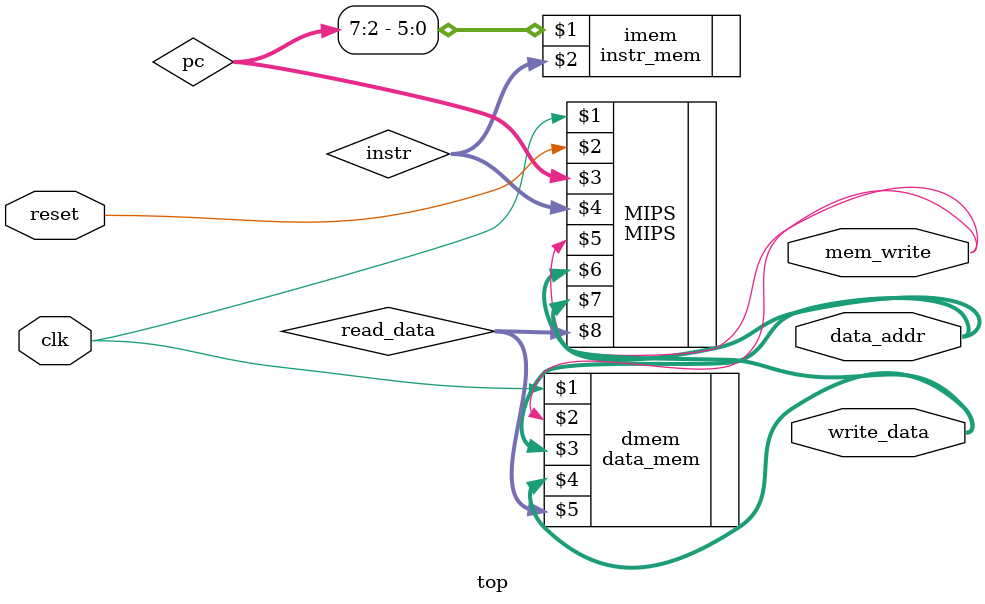
<source format=sv>
`timescale 1ns / 1ps


module top(
    input logic     clk, reset,
    output logic    [31:0] write_data, data_addr,
    output logic    mem_write
    );
    
    logic [31:0]    pc,instr,read_data;
    
    MIPS        MIPS(clk,reset,pc,instr,mem_write,data_addr,write_data,read_data);
    instr_mem   imem(pc[7:2],instr);
    data_mem    dmem(clk,mem_write,data_addr,write_data,read_data);
    
endmodule

</source>
